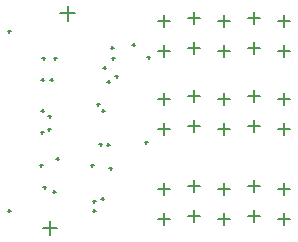
<source format=gbr>
%TF.GenerationSoftware,Altium Limited,Altium Designer,24.8.2 (39)*%
G04 Layer_Color=128*
%FSLAX45Y45*%
%MOMM*%
%TF.SameCoordinates,C54AC7BA-B540-4DA4-B2B9-A01D8BF79CE3*%
%TF.FilePolarity,Positive*%
%TF.FileFunction,Drillmap*%
%TF.Part,Single*%
G01*
G75*
%TA.AperFunction,NonConductor*%
%ADD35C,0.12700*%
D35*
X2915998Y773998D02*
X3015998D01*
X2965998Y723998D02*
Y823998D01*
X2661998Y799997D02*
X2761998D01*
X2711998Y749997D02*
Y849997D01*
X2407998Y773998D02*
X2507998D01*
X2457998Y723998D02*
Y823998D01*
X2153998Y799997D02*
X2253998D01*
X2203998Y749997D02*
Y849997D01*
X1899998Y773998D02*
X1999998D01*
X1949998Y723998D02*
Y823998D01*
X2915998Y519998D02*
X3015998D01*
X2965998Y469998D02*
Y569998D01*
X2661998Y545997D02*
X2761998D01*
X2711998Y495997D02*
Y595997D01*
X2407998Y519998D02*
X2507998D01*
X2457998Y469998D02*
Y569998D01*
X2153998Y545997D02*
X2253998D01*
X2203998Y495997D02*
Y595997D01*
X1899998Y519998D02*
X1999998D01*
X1949998Y469998D02*
Y569998D01*
X2915998Y1533998D02*
X3015998D01*
X2965998Y1483998D02*
Y1583998D01*
X2661998Y1560002D02*
X2761998D01*
X2711998Y1510002D02*
Y1610002D01*
X2407998Y1533998D02*
X2507998D01*
X2457998Y1483998D02*
Y1583998D01*
X2153998Y1560002D02*
X2253998D01*
X2203998Y1510002D02*
Y1610002D01*
X1899998Y1533998D02*
X1999998D01*
X1949998Y1483998D02*
Y1583998D01*
X2915998Y1279998D02*
X3015998D01*
X2965998Y1229998D02*
Y1329998D01*
X2661998Y1306002D02*
X2761998D01*
X2711998Y1256002D02*
Y1356002D01*
X2407998Y1279998D02*
X2507998D01*
X2457998Y1229998D02*
Y1329998D01*
X2153998Y1306002D02*
X2253998D01*
X2203998Y1256002D02*
Y1356002D01*
X1899998Y1279998D02*
X1999998D01*
X1949998Y1229998D02*
Y1329998D01*
X922999Y440003D02*
X1042999D01*
X982999Y380004D02*
Y500003D01*
X1072997Y2260000D02*
X1192996D01*
X1132996Y2200000D02*
Y2320000D01*
X2915998Y2193998D02*
X3015998D01*
X2965998Y2143999D02*
Y2243998D01*
X2661998Y2219998D02*
X2761998D01*
X2711998Y2169998D02*
Y2269998D01*
X2407998Y2193998D02*
X2507998D01*
X2457998Y2143999D02*
Y2243998D01*
X2153998Y2219998D02*
X2253998D01*
X2203998Y2169998D02*
Y2269998D01*
X1899998Y2193998D02*
X1999998D01*
X1949998Y2143999D02*
Y2243998D01*
X2915998Y1939998D02*
X3015998D01*
X2965998Y1889999D02*
Y1989998D01*
X2661998Y1965998D02*
X2761998D01*
X2711998Y1915998D02*
Y2015998D01*
X2407998Y1939998D02*
X2507998D01*
X2457998Y1889999D02*
Y1989998D01*
X2153998Y1965998D02*
X2253998D01*
X2203998Y1915998D02*
Y2015998D01*
X1899998Y1939998D02*
X1999998D01*
X1949998Y1889999D02*
Y1989998D01*
X967209Y1277873D02*
X992609D01*
X979909Y1265173D02*
Y1290573D01*
X967267Y1389914D02*
X992667D01*
X979967Y1377214D02*
Y1402614D01*
X904308Y1255387D02*
X929708D01*
X917008Y1242687D02*
Y1268087D01*
X912165Y1436851D02*
X937565D01*
X924865Y1424151D02*
Y1449551D01*
X1433373Y1800413D02*
X1458773D01*
X1446073Y1787713D02*
Y1813113D01*
X899178Y976428D02*
X924578D01*
X911878Y963728D02*
Y989128D01*
X627300Y2110000D02*
X652700D01*
X640000Y2097300D02*
Y2122700D01*
X627300Y590000D02*
X652700D01*
X640000Y577300D02*
Y602700D01*
X1787300Y1170166D02*
X1812700D01*
X1800000Y1157466D02*
Y1182866D01*
X1807300Y1890000D02*
X1832700D01*
X1820000Y1877300D02*
Y1902700D01*
X1347532Y669768D02*
X1372932D01*
X1360232Y657068D02*
Y682468D01*
X1328645Y972721D02*
X1354045D01*
X1341345Y960021D02*
Y985421D01*
X1421439Y1437840D02*
X1446839D01*
X1434139Y1425140D02*
Y1450540D01*
X1377943Y1491498D02*
X1403343D01*
X1390643Y1478798D02*
Y1504198D01*
X1470297Y1680543D02*
X1495697D01*
X1482997Y1667843D02*
Y1693243D01*
X1038528Y1028397D02*
X1063928D01*
X1051228Y1015697D02*
Y1041097D01*
X1399259Y1150677D02*
X1424659D01*
X1411959Y1137977D02*
Y1163377D01*
X1466026Y1148583D02*
X1491426D01*
X1478726Y1135883D02*
Y1161283D01*
X1679548Y1993519D02*
X1704948D01*
X1692248Y1980819D02*
Y2006219D01*
X984211Y1698393D02*
X1009611D01*
X996911Y1685693D02*
Y1711093D01*
X1007300Y750000D02*
X1032700D01*
X1020000Y737300D02*
Y762700D01*
X1507300Y1880000D02*
X1532700D01*
X1520000Y1867300D02*
Y1892700D01*
X1497300Y1970000D02*
X1522700D01*
X1510000Y1957300D02*
Y1982700D01*
X917300Y1880000D02*
X942700D01*
X930000Y1867300D02*
Y1892700D01*
X1017300Y1880000D02*
X1042700D01*
X1030000Y1867300D02*
Y1892700D01*
X909769Y1698009D02*
X935169D01*
X922469Y1685309D02*
Y1710709D01*
X1417300Y690000D02*
X1442700D01*
X1430000Y677300D02*
Y702700D01*
X1347300Y590000D02*
X1372700D01*
X1360000Y577300D02*
Y602700D01*
X1487300Y950000D02*
X1512700D01*
X1500000Y937300D02*
Y962700D01*
X927913Y787443D02*
X953313D01*
X940613Y774743D02*
Y800143D01*
X1537300Y1730000D02*
X1562700D01*
X1550000Y1717300D02*
Y1742700D01*
%TF.MD5,55dd044a56b60436c6f062613d1b9920*%
M02*

</source>
